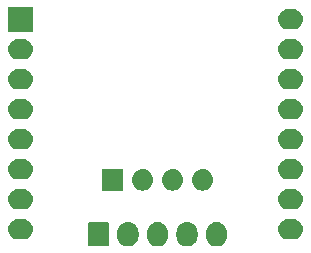
<source format=gbr>
G04 #@! TF.GenerationSoftware,KiCad,Pcbnew,(5.1.0-0)*
G04 #@! TF.CreationDate,2019-06-12T19:17:28-07:00*
G04 #@! TF.ProjectId,d1_mini_lite_sapflow_ti,64315f6d-696e-4695-9f6c-6974655f7361,rev?*
G04 #@! TF.SameCoordinates,Original*
G04 #@! TF.FileFunction,Soldermask,Top*
G04 #@! TF.FilePolarity,Negative*
%FSLAX46Y46*%
G04 Gerber Fmt 4.6, Leading zero omitted, Abs format (unit mm)*
G04 Created by KiCad (PCBNEW (5.1.0-0)) date 2019-06-12 19:17:28*
%MOMM*%
%LPD*%
G04 APERTURE LIST*
%ADD10C,0.100000*%
G04 APERTURE END LIST*
D10*
G36*
X135276626Y-130187037D02*
G01*
X135446465Y-130238557D01*
X135446467Y-130238558D01*
X135602989Y-130322221D01*
X135740186Y-130434814D01*
X135823448Y-130536271D01*
X135852778Y-130572009D01*
X135936443Y-130728534D01*
X135987963Y-130898373D01*
X136001000Y-131030742D01*
X136001000Y-131369257D01*
X135987963Y-131501626D01*
X135936443Y-131671466D01*
X135852778Y-131827991D01*
X135823448Y-131863729D01*
X135740186Y-131965186D01*
X135645250Y-132043097D01*
X135602991Y-132077778D01*
X135446466Y-132161443D01*
X135276627Y-132212963D01*
X135100000Y-132230359D01*
X134923374Y-132212963D01*
X134753535Y-132161443D01*
X134597010Y-132077778D01*
X134459815Y-131965185D01*
X134347222Y-131827991D01*
X134263557Y-131671466D01*
X134212037Y-131501627D01*
X134199000Y-131369258D01*
X134199000Y-131030743D01*
X134212037Y-130898374D01*
X134263557Y-130728535D01*
X134263559Y-130728532D01*
X134347221Y-130572011D01*
X134459814Y-130434814D01*
X134561271Y-130351552D01*
X134597009Y-130322222D01*
X134753534Y-130238557D01*
X134923373Y-130187037D01*
X135100000Y-130169641D01*
X135276626Y-130187037D01*
X135276626Y-130187037D01*
G37*
G36*
X137776626Y-130187037D02*
G01*
X137946465Y-130238557D01*
X137946467Y-130238558D01*
X138102989Y-130322221D01*
X138240186Y-130434814D01*
X138323448Y-130536271D01*
X138352778Y-130572009D01*
X138436443Y-130728534D01*
X138487963Y-130898373D01*
X138501000Y-131030742D01*
X138501000Y-131369257D01*
X138487963Y-131501626D01*
X138436443Y-131671466D01*
X138352778Y-131827991D01*
X138323448Y-131863729D01*
X138240186Y-131965186D01*
X138145250Y-132043097D01*
X138102991Y-132077778D01*
X137946466Y-132161443D01*
X137776627Y-132212963D01*
X137600000Y-132230359D01*
X137423374Y-132212963D01*
X137253535Y-132161443D01*
X137097010Y-132077778D01*
X136959815Y-131965185D01*
X136847222Y-131827991D01*
X136763557Y-131671466D01*
X136712037Y-131501627D01*
X136699000Y-131369258D01*
X136699000Y-131030743D01*
X136712037Y-130898374D01*
X136763557Y-130728535D01*
X136763559Y-130728532D01*
X136847221Y-130572011D01*
X136959814Y-130434814D01*
X137061271Y-130351552D01*
X137097009Y-130322222D01*
X137253534Y-130238557D01*
X137423373Y-130187037D01*
X137600000Y-130169641D01*
X137776626Y-130187037D01*
X137776626Y-130187037D01*
G37*
G36*
X140276626Y-130187037D02*
G01*
X140446465Y-130238557D01*
X140446467Y-130238558D01*
X140602989Y-130322221D01*
X140740186Y-130434814D01*
X140823448Y-130536271D01*
X140852778Y-130572009D01*
X140936443Y-130728534D01*
X140987963Y-130898373D01*
X141001000Y-131030742D01*
X141001000Y-131369257D01*
X140987963Y-131501626D01*
X140936443Y-131671466D01*
X140852778Y-131827991D01*
X140823448Y-131863729D01*
X140740186Y-131965186D01*
X140645250Y-132043097D01*
X140602991Y-132077778D01*
X140446466Y-132161443D01*
X140276627Y-132212963D01*
X140100000Y-132230359D01*
X139923374Y-132212963D01*
X139753535Y-132161443D01*
X139597010Y-132077778D01*
X139459815Y-131965185D01*
X139347222Y-131827991D01*
X139263557Y-131671466D01*
X139212037Y-131501627D01*
X139199000Y-131369258D01*
X139199000Y-131030743D01*
X139212037Y-130898374D01*
X139263557Y-130728535D01*
X139263559Y-130728532D01*
X139347221Y-130572011D01*
X139459814Y-130434814D01*
X139561271Y-130351552D01*
X139597009Y-130322222D01*
X139753534Y-130238557D01*
X139923373Y-130187037D01*
X140100000Y-130169641D01*
X140276626Y-130187037D01*
X140276626Y-130187037D01*
G37*
G36*
X142776626Y-130187037D02*
G01*
X142946465Y-130238557D01*
X142946467Y-130238558D01*
X143102989Y-130322221D01*
X143240186Y-130434814D01*
X143323448Y-130536271D01*
X143352778Y-130572009D01*
X143436443Y-130728534D01*
X143487963Y-130898373D01*
X143501000Y-131030742D01*
X143501000Y-131369257D01*
X143487963Y-131501626D01*
X143436443Y-131671466D01*
X143352778Y-131827991D01*
X143323448Y-131863729D01*
X143240186Y-131965186D01*
X143145250Y-132043097D01*
X143102991Y-132077778D01*
X142946466Y-132161443D01*
X142776627Y-132212963D01*
X142600000Y-132230359D01*
X142423374Y-132212963D01*
X142253535Y-132161443D01*
X142097010Y-132077778D01*
X141959815Y-131965185D01*
X141847222Y-131827991D01*
X141763557Y-131671466D01*
X141712037Y-131501627D01*
X141699000Y-131369258D01*
X141699000Y-131030743D01*
X141712037Y-130898374D01*
X141763557Y-130728535D01*
X141763559Y-130728532D01*
X141847221Y-130572011D01*
X141959814Y-130434814D01*
X142061271Y-130351552D01*
X142097009Y-130322222D01*
X142253534Y-130238557D01*
X142423373Y-130187037D01*
X142600000Y-130169641D01*
X142776626Y-130187037D01*
X142776626Y-130187037D01*
G37*
G36*
X133358600Y-130177989D02*
G01*
X133391652Y-130188015D01*
X133422103Y-130204292D01*
X133448799Y-130226201D01*
X133470708Y-130252897D01*
X133486985Y-130283348D01*
X133497011Y-130316400D01*
X133501000Y-130356903D01*
X133501000Y-132043097D01*
X133497011Y-132083600D01*
X133486985Y-132116652D01*
X133470708Y-132147103D01*
X133448799Y-132173799D01*
X133422103Y-132195708D01*
X133391652Y-132211985D01*
X133358600Y-132222011D01*
X133318097Y-132226000D01*
X131881903Y-132226000D01*
X131841400Y-132222011D01*
X131808348Y-132211985D01*
X131777897Y-132195708D01*
X131751201Y-132173799D01*
X131729292Y-132147103D01*
X131713015Y-132116652D01*
X131702989Y-132083600D01*
X131699000Y-132043097D01*
X131699000Y-130356903D01*
X131702989Y-130316400D01*
X131713015Y-130283348D01*
X131729292Y-130252897D01*
X131751201Y-130226201D01*
X131777897Y-130204292D01*
X131808348Y-130188015D01*
X131841400Y-130177989D01*
X131881903Y-130174000D01*
X133318097Y-130174000D01*
X133358600Y-130177989D01*
X133358600Y-130177989D01*
G37*
G36*
X149226823Y-129941313D02*
G01*
X149387242Y-129989976D01*
X149519906Y-130060886D01*
X149535078Y-130068996D01*
X149664659Y-130175341D01*
X149771004Y-130304922D01*
X149771005Y-130304924D01*
X149850024Y-130452758D01*
X149898687Y-130613177D01*
X149915117Y-130780000D01*
X149898687Y-130946823D01*
X149850024Y-131107242D01*
X149779114Y-131239906D01*
X149771004Y-131255078D01*
X149664659Y-131384659D01*
X149535078Y-131491004D01*
X149535076Y-131491005D01*
X149387242Y-131570024D01*
X149226823Y-131618687D01*
X149101804Y-131631000D01*
X148618196Y-131631000D01*
X148493177Y-131618687D01*
X148332758Y-131570024D01*
X148184924Y-131491005D01*
X148184922Y-131491004D01*
X148055341Y-131384659D01*
X147948996Y-131255078D01*
X147940886Y-131239906D01*
X147869976Y-131107242D01*
X147821313Y-130946823D01*
X147804883Y-130780000D01*
X147821313Y-130613177D01*
X147869976Y-130452758D01*
X147948995Y-130304924D01*
X147948996Y-130304922D01*
X148055341Y-130175341D01*
X148184922Y-130068996D01*
X148200094Y-130060886D01*
X148332758Y-129989976D01*
X148493177Y-129941313D01*
X148618196Y-129929000D01*
X149101804Y-129929000D01*
X149226823Y-129941313D01*
X149226823Y-129941313D01*
G37*
G36*
X126366823Y-129941313D02*
G01*
X126527242Y-129989976D01*
X126659906Y-130060886D01*
X126675078Y-130068996D01*
X126804659Y-130175341D01*
X126911004Y-130304922D01*
X126911005Y-130304924D01*
X126990024Y-130452758D01*
X127038687Y-130613177D01*
X127055117Y-130780000D01*
X127038687Y-130946823D01*
X126990024Y-131107242D01*
X126919114Y-131239906D01*
X126911004Y-131255078D01*
X126804659Y-131384659D01*
X126675078Y-131491004D01*
X126675076Y-131491005D01*
X126527242Y-131570024D01*
X126366823Y-131618687D01*
X126241804Y-131631000D01*
X125758196Y-131631000D01*
X125633177Y-131618687D01*
X125472758Y-131570024D01*
X125324924Y-131491005D01*
X125324922Y-131491004D01*
X125195341Y-131384659D01*
X125088996Y-131255078D01*
X125080886Y-131239906D01*
X125009976Y-131107242D01*
X124961313Y-130946823D01*
X124944883Y-130780000D01*
X124961313Y-130613177D01*
X125009976Y-130452758D01*
X125088995Y-130304924D01*
X125088996Y-130304922D01*
X125195341Y-130175341D01*
X125324922Y-130068996D01*
X125340094Y-130060886D01*
X125472758Y-129989976D01*
X125633177Y-129941313D01*
X125758196Y-129929000D01*
X126241804Y-129929000D01*
X126366823Y-129941313D01*
X126366823Y-129941313D01*
G37*
G36*
X149226823Y-127401313D02*
G01*
X149387242Y-127449976D01*
X149482701Y-127501000D01*
X149535078Y-127528996D01*
X149664659Y-127635341D01*
X149771004Y-127764922D01*
X149771005Y-127764924D01*
X149850024Y-127912758D01*
X149898687Y-128073177D01*
X149915117Y-128240000D01*
X149898687Y-128406823D01*
X149850024Y-128567242D01*
X149779114Y-128699906D01*
X149771004Y-128715078D01*
X149664659Y-128844659D01*
X149535078Y-128951004D01*
X149535076Y-128951005D01*
X149387242Y-129030024D01*
X149226823Y-129078687D01*
X149101804Y-129091000D01*
X148618196Y-129091000D01*
X148493177Y-129078687D01*
X148332758Y-129030024D01*
X148184924Y-128951005D01*
X148184922Y-128951004D01*
X148055341Y-128844659D01*
X147948996Y-128715078D01*
X147940886Y-128699906D01*
X147869976Y-128567242D01*
X147821313Y-128406823D01*
X147804883Y-128240000D01*
X147821313Y-128073177D01*
X147869976Y-127912758D01*
X147948995Y-127764924D01*
X147948996Y-127764922D01*
X148055341Y-127635341D01*
X148184922Y-127528996D01*
X148237299Y-127501000D01*
X148332758Y-127449976D01*
X148493177Y-127401313D01*
X148618196Y-127389000D01*
X149101804Y-127389000D01*
X149226823Y-127401313D01*
X149226823Y-127401313D01*
G37*
G36*
X126366823Y-127401313D02*
G01*
X126527242Y-127449976D01*
X126622701Y-127501000D01*
X126675078Y-127528996D01*
X126804659Y-127635341D01*
X126911004Y-127764922D01*
X126911005Y-127764924D01*
X126990024Y-127912758D01*
X127038687Y-128073177D01*
X127055117Y-128240000D01*
X127038687Y-128406823D01*
X126990024Y-128567242D01*
X126919114Y-128699906D01*
X126911004Y-128715078D01*
X126804659Y-128844659D01*
X126675078Y-128951004D01*
X126675076Y-128951005D01*
X126527242Y-129030024D01*
X126366823Y-129078687D01*
X126241804Y-129091000D01*
X125758196Y-129091000D01*
X125633177Y-129078687D01*
X125472758Y-129030024D01*
X125324924Y-128951005D01*
X125324922Y-128951004D01*
X125195341Y-128844659D01*
X125088996Y-128715078D01*
X125080886Y-128699906D01*
X125009976Y-128567242D01*
X124961313Y-128406823D01*
X124944883Y-128240000D01*
X124961313Y-128073177D01*
X125009976Y-127912758D01*
X125088995Y-127764924D01*
X125088996Y-127764922D01*
X125195341Y-127635341D01*
X125324922Y-127528996D01*
X125377299Y-127501000D01*
X125472758Y-127449976D01*
X125633177Y-127401313D01*
X125758196Y-127389000D01*
X126241804Y-127389000D01*
X126366823Y-127401313D01*
X126366823Y-127401313D01*
G37*
G36*
X141530442Y-125705518D02*
G01*
X141596627Y-125712037D01*
X141766466Y-125763557D01*
X141922991Y-125847222D01*
X141946877Y-125866825D01*
X142060186Y-125959814D01*
X142143448Y-126061271D01*
X142172778Y-126097009D01*
X142256443Y-126253534D01*
X142307963Y-126423373D01*
X142325359Y-126600000D01*
X142307963Y-126776627D01*
X142256443Y-126946466D01*
X142172778Y-127102991D01*
X142143448Y-127138729D01*
X142060186Y-127240186D01*
X141958729Y-127323448D01*
X141922991Y-127352778D01*
X141766466Y-127436443D01*
X141596627Y-127487963D01*
X141530442Y-127494482D01*
X141464260Y-127501000D01*
X141375740Y-127501000D01*
X141309558Y-127494482D01*
X141243373Y-127487963D01*
X141073534Y-127436443D01*
X140917009Y-127352778D01*
X140881271Y-127323448D01*
X140779814Y-127240186D01*
X140696552Y-127138729D01*
X140667222Y-127102991D01*
X140583557Y-126946466D01*
X140532037Y-126776627D01*
X140514641Y-126600000D01*
X140532037Y-126423373D01*
X140583557Y-126253534D01*
X140667222Y-126097009D01*
X140696552Y-126061271D01*
X140779814Y-125959814D01*
X140893123Y-125866825D01*
X140917009Y-125847222D01*
X141073534Y-125763557D01*
X141243373Y-125712037D01*
X141309558Y-125705518D01*
X141375740Y-125699000D01*
X141464260Y-125699000D01*
X141530442Y-125705518D01*
X141530442Y-125705518D01*
G37*
G36*
X138990442Y-125705518D02*
G01*
X139056627Y-125712037D01*
X139226466Y-125763557D01*
X139382991Y-125847222D01*
X139406877Y-125866825D01*
X139520186Y-125959814D01*
X139603448Y-126061271D01*
X139632778Y-126097009D01*
X139716443Y-126253534D01*
X139767963Y-126423373D01*
X139785359Y-126600000D01*
X139767963Y-126776627D01*
X139716443Y-126946466D01*
X139632778Y-127102991D01*
X139603448Y-127138729D01*
X139520186Y-127240186D01*
X139418729Y-127323448D01*
X139382991Y-127352778D01*
X139226466Y-127436443D01*
X139056627Y-127487963D01*
X138990442Y-127494482D01*
X138924260Y-127501000D01*
X138835740Y-127501000D01*
X138769558Y-127494482D01*
X138703373Y-127487963D01*
X138533534Y-127436443D01*
X138377009Y-127352778D01*
X138341271Y-127323448D01*
X138239814Y-127240186D01*
X138156552Y-127138729D01*
X138127222Y-127102991D01*
X138043557Y-126946466D01*
X137992037Y-126776627D01*
X137974641Y-126600000D01*
X137992037Y-126423373D01*
X138043557Y-126253534D01*
X138127222Y-126097009D01*
X138156552Y-126061271D01*
X138239814Y-125959814D01*
X138353123Y-125866825D01*
X138377009Y-125847222D01*
X138533534Y-125763557D01*
X138703373Y-125712037D01*
X138769558Y-125705518D01*
X138835740Y-125699000D01*
X138924260Y-125699000D01*
X138990442Y-125705518D01*
X138990442Y-125705518D01*
G37*
G36*
X136450442Y-125705518D02*
G01*
X136516627Y-125712037D01*
X136686466Y-125763557D01*
X136842991Y-125847222D01*
X136866877Y-125866825D01*
X136980186Y-125959814D01*
X137063448Y-126061271D01*
X137092778Y-126097009D01*
X137176443Y-126253534D01*
X137227963Y-126423373D01*
X137245359Y-126600000D01*
X137227963Y-126776627D01*
X137176443Y-126946466D01*
X137092778Y-127102991D01*
X137063448Y-127138729D01*
X136980186Y-127240186D01*
X136878729Y-127323448D01*
X136842991Y-127352778D01*
X136686466Y-127436443D01*
X136516627Y-127487963D01*
X136450442Y-127494482D01*
X136384260Y-127501000D01*
X136295740Y-127501000D01*
X136229558Y-127494482D01*
X136163373Y-127487963D01*
X135993534Y-127436443D01*
X135837009Y-127352778D01*
X135801271Y-127323448D01*
X135699814Y-127240186D01*
X135616552Y-127138729D01*
X135587222Y-127102991D01*
X135503557Y-126946466D01*
X135452037Y-126776627D01*
X135434641Y-126600000D01*
X135452037Y-126423373D01*
X135503557Y-126253534D01*
X135587222Y-126097009D01*
X135616552Y-126061271D01*
X135699814Y-125959814D01*
X135813123Y-125866825D01*
X135837009Y-125847222D01*
X135993534Y-125763557D01*
X136163373Y-125712037D01*
X136229558Y-125705518D01*
X136295740Y-125699000D01*
X136384260Y-125699000D01*
X136450442Y-125705518D01*
X136450442Y-125705518D01*
G37*
G36*
X134701000Y-127501000D02*
G01*
X132899000Y-127501000D01*
X132899000Y-125699000D01*
X134701000Y-125699000D01*
X134701000Y-127501000D01*
X134701000Y-127501000D01*
G37*
G36*
X126366823Y-124861313D02*
G01*
X126527242Y-124909976D01*
X126659906Y-124980886D01*
X126675078Y-124988996D01*
X126804659Y-125095341D01*
X126911004Y-125224922D01*
X126911005Y-125224924D01*
X126990024Y-125372758D01*
X127038687Y-125533177D01*
X127055117Y-125700000D01*
X127038687Y-125866823D01*
X126990024Y-126027242D01*
X126919114Y-126159906D01*
X126911004Y-126175078D01*
X126804659Y-126304659D01*
X126675078Y-126411004D01*
X126675076Y-126411005D01*
X126527242Y-126490024D01*
X126366823Y-126538687D01*
X126241804Y-126551000D01*
X125758196Y-126551000D01*
X125633177Y-126538687D01*
X125472758Y-126490024D01*
X125324924Y-126411005D01*
X125324922Y-126411004D01*
X125195341Y-126304659D01*
X125088996Y-126175078D01*
X125080886Y-126159906D01*
X125009976Y-126027242D01*
X124961313Y-125866823D01*
X124944883Y-125700000D01*
X124961313Y-125533177D01*
X125009976Y-125372758D01*
X125088995Y-125224924D01*
X125088996Y-125224922D01*
X125195341Y-125095341D01*
X125324922Y-124988996D01*
X125340094Y-124980886D01*
X125472758Y-124909976D01*
X125633177Y-124861313D01*
X125758196Y-124849000D01*
X126241804Y-124849000D01*
X126366823Y-124861313D01*
X126366823Y-124861313D01*
G37*
G36*
X149226823Y-124861313D02*
G01*
X149387242Y-124909976D01*
X149519906Y-124980886D01*
X149535078Y-124988996D01*
X149664659Y-125095341D01*
X149771004Y-125224922D01*
X149771005Y-125224924D01*
X149850024Y-125372758D01*
X149898687Y-125533177D01*
X149915117Y-125700000D01*
X149898687Y-125866823D01*
X149850024Y-126027242D01*
X149779114Y-126159906D01*
X149771004Y-126175078D01*
X149664659Y-126304659D01*
X149535078Y-126411004D01*
X149535076Y-126411005D01*
X149387242Y-126490024D01*
X149226823Y-126538687D01*
X149101804Y-126551000D01*
X148618196Y-126551000D01*
X148493177Y-126538687D01*
X148332758Y-126490024D01*
X148184924Y-126411005D01*
X148184922Y-126411004D01*
X148055341Y-126304659D01*
X147948996Y-126175078D01*
X147940886Y-126159906D01*
X147869976Y-126027242D01*
X147821313Y-125866823D01*
X147804883Y-125700000D01*
X147821313Y-125533177D01*
X147869976Y-125372758D01*
X147948995Y-125224924D01*
X147948996Y-125224922D01*
X148055341Y-125095341D01*
X148184922Y-124988996D01*
X148200094Y-124980886D01*
X148332758Y-124909976D01*
X148493177Y-124861313D01*
X148618196Y-124849000D01*
X149101804Y-124849000D01*
X149226823Y-124861313D01*
X149226823Y-124861313D01*
G37*
G36*
X126366823Y-122321313D02*
G01*
X126527242Y-122369976D01*
X126659906Y-122440886D01*
X126675078Y-122448996D01*
X126804659Y-122555341D01*
X126911004Y-122684922D01*
X126911005Y-122684924D01*
X126990024Y-122832758D01*
X127038687Y-122993177D01*
X127055117Y-123160000D01*
X127038687Y-123326823D01*
X126990024Y-123487242D01*
X126919114Y-123619906D01*
X126911004Y-123635078D01*
X126804659Y-123764659D01*
X126675078Y-123871004D01*
X126675076Y-123871005D01*
X126527242Y-123950024D01*
X126366823Y-123998687D01*
X126241804Y-124011000D01*
X125758196Y-124011000D01*
X125633177Y-123998687D01*
X125472758Y-123950024D01*
X125324924Y-123871005D01*
X125324922Y-123871004D01*
X125195341Y-123764659D01*
X125088996Y-123635078D01*
X125080886Y-123619906D01*
X125009976Y-123487242D01*
X124961313Y-123326823D01*
X124944883Y-123160000D01*
X124961313Y-122993177D01*
X125009976Y-122832758D01*
X125088995Y-122684924D01*
X125088996Y-122684922D01*
X125195341Y-122555341D01*
X125324922Y-122448996D01*
X125340094Y-122440886D01*
X125472758Y-122369976D01*
X125633177Y-122321313D01*
X125758196Y-122309000D01*
X126241804Y-122309000D01*
X126366823Y-122321313D01*
X126366823Y-122321313D01*
G37*
G36*
X149226823Y-122321313D02*
G01*
X149387242Y-122369976D01*
X149519906Y-122440886D01*
X149535078Y-122448996D01*
X149664659Y-122555341D01*
X149771004Y-122684922D01*
X149771005Y-122684924D01*
X149850024Y-122832758D01*
X149898687Y-122993177D01*
X149915117Y-123160000D01*
X149898687Y-123326823D01*
X149850024Y-123487242D01*
X149779114Y-123619906D01*
X149771004Y-123635078D01*
X149664659Y-123764659D01*
X149535078Y-123871004D01*
X149535076Y-123871005D01*
X149387242Y-123950024D01*
X149226823Y-123998687D01*
X149101804Y-124011000D01*
X148618196Y-124011000D01*
X148493177Y-123998687D01*
X148332758Y-123950024D01*
X148184924Y-123871005D01*
X148184922Y-123871004D01*
X148055341Y-123764659D01*
X147948996Y-123635078D01*
X147940886Y-123619906D01*
X147869976Y-123487242D01*
X147821313Y-123326823D01*
X147804883Y-123160000D01*
X147821313Y-122993177D01*
X147869976Y-122832758D01*
X147948995Y-122684924D01*
X147948996Y-122684922D01*
X148055341Y-122555341D01*
X148184922Y-122448996D01*
X148200094Y-122440886D01*
X148332758Y-122369976D01*
X148493177Y-122321313D01*
X148618196Y-122309000D01*
X149101804Y-122309000D01*
X149226823Y-122321313D01*
X149226823Y-122321313D01*
G37*
G36*
X126366823Y-119781313D02*
G01*
X126527242Y-119829976D01*
X126659906Y-119900886D01*
X126675078Y-119908996D01*
X126804659Y-120015341D01*
X126911004Y-120144922D01*
X126911005Y-120144924D01*
X126990024Y-120292758D01*
X127038687Y-120453177D01*
X127055117Y-120620000D01*
X127038687Y-120786823D01*
X126990024Y-120947242D01*
X126919114Y-121079906D01*
X126911004Y-121095078D01*
X126804659Y-121224659D01*
X126675078Y-121331004D01*
X126675076Y-121331005D01*
X126527242Y-121410024D01*
X126366823Y-121458687D01*
X126241804Y-121471000D01*
X125758196Y-121471000D01*
X125633177Y-121458687D01*
X125472758Y-121410024D01*
X125324924Y-121331005D01*
X125324922Y-121331004D01*
X125195341Y-121224659D01*
X125088996Y-121095078D01*
X125080886Y-121079906D01*
X125009976Y-120947242D01*
X124961313Y-120786823D01*
X124944883Y-120620000D01*
X124961313Y-120453177D01*
X125009976Y-120292758D01*
X125088995Y-120144924D01*
X125088996Y-120144922D01*
X125195341Y-120015341D01*
X125324922Y-119908996D01*
X125340094Y-119900886D01*
X125472758Y-119829976D01*
X125633177Y-119781313D01*
X125758196Y-119769000D01*
X126241804Y-119769000D01*
X126366823Y-119781313D01*
X126366823Y-119781313D01*
G37*
G36*
X149226823Y-119781313D02*
G01*
X149387242Y-119829976D01*
X149519906Y-119900886D01*
X149535078Y-119908996D01*
X149664659Y-120015341D01*
X149771004Y-120144922D01*
X149771005Y-120144924D01*
X149850024Y-120292758D01*
X149898687Y-120453177D01*
X149915117Y-120620000D01*
X149898687Y-120786823D01*
X149850024Y-120947242D01*
X149779114Y-121079906D01*
X149771004Y-121095078D01*
X149664659Y-121224659D01*
X149535078Y-121331004D01*
X149535076Y-121331005D01*
X149387242Y-121410024D01*
X149226823Y-121458687D01*
X149101804Y-121471000D01*
X148618196Y-121471000D01*
X148493177Y-121458687D01*
X148332758Y-121410024D01*
X148184924Y-121331005D01*
X148184922Y-121331004D01*
X148055341Y-121224659D01*
X147948996Y-121095078D01*
X147940886Y-121079906D01*
X147869976Y-120947242D01*
X147821313Y-120786823D01*
X147804883Y-120620000D01*
X147821313Y-120453177D01*
X147869976Y-120292758D01*
X147948995Y-120144924D01*
X147948996Y-120144922D01*
X148055341Y-120015341D01*
X148184922Y-119908996D01*
X148200094Y-119900886D01*
X148332758Y-119829976D01*
X148493177Y-119781313D01*
X148618196Y-119769000D01*
X149101804Y-119769000D01*
X149226823Y-119781313D01*
X149226823Y-119781313D01*
G37*
G36*
X149226823Y-117241313D02*
G01*
X149387242Y-117289976D01*
X149519906Y-117360886D01*
X149535078Y-117368996D01*
X149664659Y-117475341D01*
X149771004Y-117604922D01*
X149771005Y-117604924D01*
X149850024Y-117752758D01*
X149898687Y-117913177D01*
X149915117Y-118080000D01*
X149898687Y-118246823D01*
X149850024Y-118407242D01*
X149779114Y-118539906D01*
X149771004Y-118555078D01*
X149664659Y-118684659D01*
X149535078Y-118791004D01*
X149535076Y-118791005D01*
X149387242Y-118870024D01*
X149226823Y-118918687D01*
X149101804Y-118931000D01*
X148618196Y-118931000D01*
X148493177Y-118918687D01*
X148332758Y-118870024D01*
X148184924Y-118791005D01*
X148184922Y-118791004D01*
X148055341Y-118684659D01*
X147948996Y-118555078D01*
X147940886Y-118539906D01*
X147869976Y-118407242D01*
X147821313Y-118246823D01*
X147804883Y-118080000D01*
X147821313Y-117913177D01*
X147869976Y-117752758D01*
X147948995Y-117604924D01*
X147948996Y-117604922D01*
X148055341Y-117475341D01*
X148184922Y-117368996D01*
X148200094Y-117360886D01*
X148332758Y-117289976D01*
X148493177Y-117241313D01*
X148618196Y-117229000D01*
X149101804Y-117229000D01*
X149226823Y-117241313D01*
X149226823Y-117241313D01*
G37*
G36*
X126366823Y-117241313D02*
G01*
X126527242Y-117289976D01*
X126659906Y-117360886D01*
X126675078Y-117368996D01*
X126804659Y-117475341D01*
X126911004Y-117604922D01*
X126911005Y-117604924D01*
X126990024Y-117752758D01*
X127038687Y-117913177D01*
X127055117Y-118080000D01*
X127038687Y-118246823D01*
X126990024Y-118407242D01*
X126919114Y-118539906D01*
X126911004Y-118555078D01*
X126804659Y-118684659D01*
X126675078Y-118791004D01*
X126675076Y-118791005D01*
X126527242Y-118870024D01*
X126366823Y-118918687D01*
X126241804Y-118931000D01*
X125758196Y-118931000D01*
X125633177Y-118918687D01*
X125472758Y-118870024D01*
X125324924Y-118791005D01*
X125324922Y-118791004D01*
X125195341Y-118684659D01*
X125088996Y-118555078D01*
X125080886Y-118539906D01*
X125009976Y-118407242D01*
X124961313Y-118246823D01*
X124944883Y-118080000D01*
X124961313Y-117913177D01*
X125009976Y-117752758D01*
X125088995Y-117604924D01*
X125088996Y-117604922D01*
X125195341Y-117475341D01*
X125324922Y-117368996D01*
X125340094Y-117360886D01*
X125472758Y-117289976D01*
X125633177Y-117241313D01*
X125758196Y-117229000D01*
X126241804Y-117229000D01*
X126366823Y-117241313D01*
X126366823Y-117241313D01*
G37*
G36*
X149226823Y-114701313D02*
G01*
X149387242Y-114749976D01*
X149519906Y-114820886D01*
X149535078Y-114828996D01*
X149664659Y-114935341D01*
X149771004Y-115064922D01*
X149771005Y-115064924D01*
X149850024Y-115212758D01*
X149898687Y-115373177D01*
X149915117Y-115540000D01*
X149898687Y-115706823D01*
X149850024Y-115867242D01*
X149779114Y-115999906D01*
X149771004Y-116015078D01*
X149664659Y-116144659D01*
X149535078Y-116251004D01*
X149535076Y-116251005D01*
X149387242Y-116330024D01*
X149226823Y-116378687D01*
X149101804Y-116391000D01*
X148618196Y-116391000D01*
X148493177Y-116378687D01*
X148332758Y-116330024D01*
X148184924Y-116251005D01*
X148184922Y-116251004D01*
X148055341Y-116144659D01*
X147948996Y-116015078D01*
X147940886Y-115999906D01*
X147869976Y-115867242D01*
X147821313Y-115706823D01*
X147804883Y-115540000D01*
X147821313Y-115373177D01*
X147869976Y-115212758D01*
X147948995Y-115064924D01*
X147948996Y-115064922D01*
X148055341Y-114935341D01*
X148184922Y-114828996D01*
X148200094Y-114820886D01*
X148332758Y-114749976D01*
X148493177Y-114701313D01*
X148618196Y-114689000D01*
X149101804Y-114689000D01*
X149226823Y-114701313D01*
X149226823Y-114701313D01*
G37*
G36*
X126366823Y-114701313D02*
G01*
X126527242Y-114749976D01*
X126659906Y-114820886D01*
X126675078Y-114828996D01*
X126804659Y-114935341D01*
X126911004Y-115064922D01*
X126911005Y-115064924D01*
X126990024Y-115212758D01*
X127038687Y-115373177D01*
X127055117Y-115540000D01*
X127038687Y-115706823D01*
X126990024Y-115867242D01*
X126919114Y-115999906D01*
X126911004Y-116015078D01*
X126804659Y-116144659D01*
X126675078Y-116251004D01*
X126675076Y-116251005D01*
X126527242Y-116330024D01*
X126366823Y-116378687D01*
X126241804Y-116391000D01*
X125758196Y-116391000D01*
X125633177Y-116378687D01*
X125472758Y-116330024D01*
X125324924Y-116251005D01*
X125324922Y-116251004D01*
X125195341Y-116144659D01*
X125088996Y-116015078D01*
X125080886Y-115999906D01*
X125009976Y-115867242D01*
X124961313Y-115706823D01*
X124944883Y-115540000D01*
X124961313Y-115373177D01*
X125009976Y-115212758D01*
X125088995Y-115064924D01*
X125088996Y-115064922D01*
X125195341Y-114935341D01*
X125324922Y-114828996D01*
X125340094Y-114820886D01*
X125472758Y-114749976D01*
X125633177Y-114701313D01*
X125758196Y-114689000D01*
X126241804Y-114689000D01*
X126366823Y-114701313D01*
X126366823Y-114701313D01*
G37*
G36*
X127051000Y-114051000D02*
G01*
X124949000Y-114051000D01*
X124949000Y-111949000D01*
X127051000Y-111949000D01*
X127051000Y-114051000D01*
X127051000Y-114051000D01*
G37*
G36*
X149226823Y-112161313D02*
G01*
X149387242Y-112209976D01*
X149519906Y-112280886D01*
X149535078Y-112288996D01*
X149664659Y-112395341D01*
X149771004Y-112524922D01*
X149771005Y-112524924D01*
X149850024Y-112672758D01*
X149898687Y-112833177D01*
X149915117Y-113000000D01*
X149898687Y-113166823D01*
X149850024Y-113327242D01*
X149779114Y-113459906D01*
X149771004Y-113475078D01*
X149664659Y-113604659D01*
X149535078Y-113711004D01*
X149535076Y-113711005D01*
X149387242Y-113790024D01*
X149226823Y-113838687D01*
X149101804Y-113851000D01*
X148618196Y-113851000D01*
X148493177Y-113838687D01*
X148332758Y-113790024D01*
X148184924Y-113711005D01*
X148184922Y-113711004D01*
X148055341Y-113604659D01*
X147948996Y-113475078D01*
X147940886Y-113459906D01*
X147869976Y-113327242D01*
X147821313Y-113166823D01*
X147804883Y-113000000D01*
X147821313Y-112833177D01*
X147869976Y-112672758D01*
X147948995Y-112524924D01*
X147948996Y-112524922D01*
X148055341Y-112395341D01*
X148184922Y-112288996D01*
X148200094Y-112280886D01*
X148332758Y-112209976D01*
X148493177Y-112161313D01*
X148618196Y-112149000D01*
X149101804Y-112149000D01*
X149226823Y-112161313D01*
X149226823Y-112161313D01*
G37*
M02*

</source>
